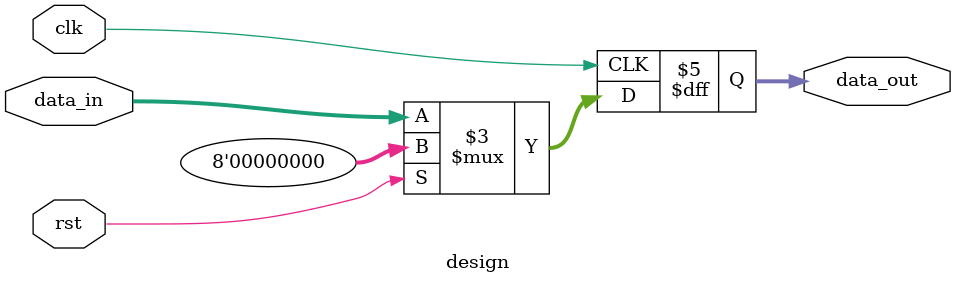
<source format=sv>

module design (
	input logic clk,
	input logic rst,
	input logic [7:0] data_in,
	output logic [7:0] data_out
);

	// Simple pass-through design
	always @(posedge clk) begin
		if (rst)
			data_out <= 8'h00;
		else
			data_out <= data_in;
	end

endmodule

</source>
